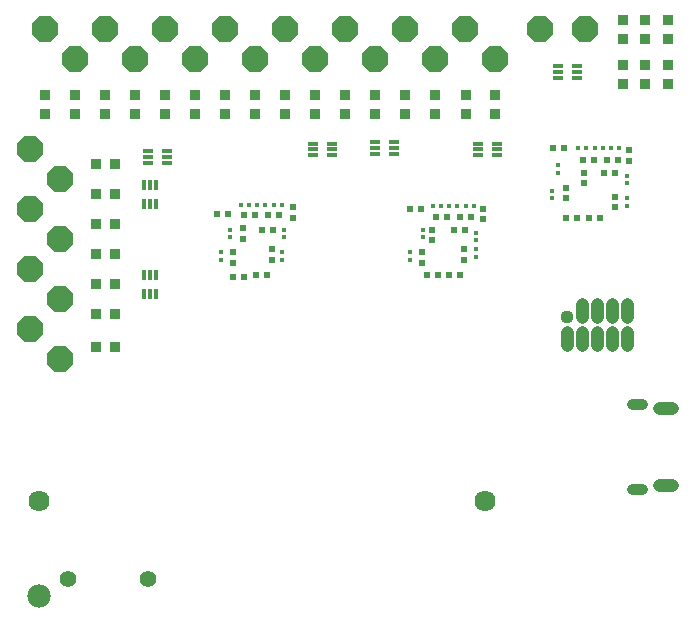
<source format=gbr>
G04 EAGLE Gerber RS-274X export*
G75*
%MOMM*%
%FSLAX34Y34*%
%LPD*%
%INSoldermask Bottom*%
%IPPOS*%
%AMOC8*
5,1,8,0,0,1.08239X$1,22.5*%
G01*
%ADD10R,0.600000X0.620000*%
%ADD11R,0.620000X0.600000*%
%ADD12R,0.420000X0.460000*%
%ADD13R,0.460000X0.420000*%
%ADD14P,2.336880X8X22.500000*%
%ADD15R,0.300000X0.914400*%
%ADD16R,0.300000X0.904000*%
%ADD17R,0.914400X0.300000*%
%ADD18R,0.904000X0.300000*%
%ADD19C,1.110000*%
%ADD20C,1.110000*%
%ADD21R,0.950000X0.900000*%
%ADD22R,0.900000X0.950000*%
%ADD23C,1.400000*%
%ADD24C,0.910000*%
%ADD25C,1.065000*%
%ADD26C,1.785000*%
%ADD27C,1.980000*%


D10*
X-119860Y420370D03*
X-129060Y420370D03*
X-103660Y410210D03*
X-94460Y410210D03*
X-235740Y312420D03*
X-226540Y312420D03*
X-399570Y311150D03*
X-390370Y311150D03*
X-108430Y360680D03*
X-117630Y360680D03*
D11*
X-187960Y369090D03*
X-187960Y359890D03*
X-102870Y390370D03*
X-102870Y399570D03*
D10*
X-85880Y398780D03*
X-76680Y398780D03*
D11*
X-349250Y370360D03*
X-349250Y361160D03*
D10*
X-83340Y410210D03*
X-74140Y410210D03*
D11*
X-118110Y386870D03*
X-118110Y377670D03*
X-231140Y342110D03*
X-231140Y351310D03*
D10*
X-207800Y361950D03*
X-198600Y361950D03*
X-240510Y368300D03*
X-249710Y368300D03*
D11*
X-204470Y325600D03*
X-204470Y334800D03*
D10*
X-228120Y361950D03*
X-218920Y361950D03*
D11*
X-240030Y332260D03*
X-240030Y323060D03*
D10*
X-212880Y350520D03*
X-203680Y350520D03*
X-370360Y363220D03*
X-361160Y363220D03*
X-404340Y364490D03*
X-413540Y364490D03*
X-390680Y363220D03*
X-381480Y363220D03*
D11*
X-367030Y325600D03*
X-367030Y334800D03*
X-391160Y343380D03*
X-391160Y352580D03*
D10*
X-98580Y360680D03*
X-89380Y360680D03*
X-375440Y350520D03*
X-366240Y350520D03*
D11*
X-400050Y332260D03*
X-400050Y323060D03*
D10*
X-216690Y312420D03*
X-207490Y312420D03*
D12*
X-250190Y332230D03*
X-250190Y325630D03*
D13*
X-93470Y420370D03*
X-86870Y420370D03*
X-107440Y420370D03*
X-100840Y420370D03*
D12*
X-402590Y344680D03*
X-402590Y351280D03*
D13*
X-79500Y420370D03*
X-72900Y420370D03*
D12*
X-66040Y390400D03*
X-66040Y397000D03*
D11*
X-64770Y418620D03*
X-64770Y409420D03*
D12*
X-129540Y384300D03*
X-129540Y377700D03*
X-194310Y328170D03*
X-194310Y334770D03*
X-238760Y344680D03*
X-238760Y351280D03*
X-194310Y342140D03*
X-194310Y348740D03*
D13*
X-216660Y370840D03*
X-210060Y370840D03*
X-202690Y370840D03*
X-196090Y370840D03*
X-230630Y370840D03*
X-224030Y370840D03*
D12*
X-124460Y399290D03*
X-124460Y405890D03*
D11*
X-76200Y370050D03*
X-76200Y379250D03*
D12*
X-66040Y371350D03*
X-66040Y377950D03*
X-356870Y344680D03*
X-356870Y351280D03*
X-410210Y332230D03*
X-410210Y325630D03*
D13*
X-365250Y372110D03*
X-358650Y372110D03*
X-379220Y372110D03*
X-372620Y372110D03*
X-393190Y372110D03*
X-386590Y372110D03*
D12*
X-358140Y325630D03*
X-358140Y332230D03*
D10*
X-380520Y312420D03*
X-371320Y312420D03*
D14*
X-177800Y495300D03*
X-203200Y520700D03*
X-431800Y495300D03*
X-457200Y520700D03*
X-482600Y495300D03*
X-508000Y520700D03*
X-533400Y495300D03*
X-558800Y520700D03*
X-571500Y419100D03*
X-546100Y393700D03*
X-571500Y368300D03*
X-546100Y342900D03*
X-228600Y495300D03*
X-571500Y317500D03*
X-546100Y292100D03*
X-571500Y266700D03*
X-546100Y241300D03*
X-254000Y520700D03*
X-279400Y495300D03*
X-304800Y520700D03*
X-330200Y495300D03*
X-355600Y520700D03*
X-381000Y495300D03*
X-406400Y520700D03*
D15*
X-464900Y373020D03*
D16*
X-469900Y373020D03*
X-474900Y373020D03*
X-474900Y388980D03*
X-469900Y388980D03*
X-464900Y388980D03*
D15*
X-464900Y296820D03*
D16*
X-469900Y296820D03*
X-474900Y296820D03*
X-474900Y312780D03*
X-469900Y312780D03*
X-464900Y312780D03*
D17*
X-192130Y414100D03*
D18*
X-192130Y419100D03*
X-192130Y424100D03*
X-176170Y424100D03*
X-176170Y419100D03*
X-176170Y414100D03*
D17*
X-279760Y415370D03*
D18*
X-279760Y420370D03*
X-279760Y425370D03*
X-263800Y425370D03*
X-263800Y420370D03*
X-263800Y415370D03*
D17*
X-331830Y414100D03*
D18*
X-331830Y419100D03*
X-331830Y424100D03*
X-315870Y424100D03*
X-315870Y419100D03*
X-315870Y414100D03*
D17*
X-471530Y407750D03*
D18*
X-471530Y412750D03*
X-471530Y417750D03*
X-455570Y417750D03*
X-455570Y412750D03*
X-455570Y407750D03*
D19*
X-66294Y264668D02*
X-66294Y253568D01*
X-66294Y277368D02*
X-66294Y288468D01*
X-78994Y264668D02*
X-78994Y253568D01*
X-78994Y277368D02*
X-78994Y288468D01*
X-91694Y264668D02*
X-91694Y253568D01*
X-91694Y277368D02*
X-91694Y288468D01*
X-104394Y264668D02*
X-104394Y253568D01*
X-104394Y277368D02*
X-104394Y288468D01*
X-117094Y264668D02*
X-117094Y253568D01*
D20*
X-117094Y277368D03*
D21*
X-508000Y465200D03*
X-508000Y449200D03*
X-533400Y465200D03*
X-533400Y449200D03*
X-482600Y465200D03*
X-482600Y449200D03*
X-457200Y465200D03*
X-457200Y449200D03*
X-431800Y465200D03*
X-431800Y449200D03*
X-406400Y465200D03*
X-406400Y449200D03*
X-381000Y465200D03*
X-381000Y449200D03*
X-355600Y465200D03*
X-355600Y449200D03*
X-330200Y449200D03*
X-330200Y465200D03*
X-304800Y465200D03*
X-304800Y449200D03*
X-279400Y465200D03*
X-279400Y449200D03*
D22*
X-515746Y252222D03*
X-499746Y252222D03*
D21*
X-254000Y465200D03*
X-254000Y449200D03*
X-228600Y465200D03*
X-228600Y449200D03*
X-202946Y465454D03*
X-202946Y449454D03*
X-177800Y465200D03*
X-177800Y449200D03*
D22*
X-516000Y279400D03*
X-500000Y279400D03*
X-516000Y304800D03*
X-500000Y304800D03*
X-516000Y330200D03*
X-500000Y330200D03*
D21*
X-50800Y512700D03*
X-50800Y528700D03*
X-50800Y490600D03*
X-50800Y474600D03*
X-31750Y512700D03*
X-31750Y528700D03*
X-31750Y490600D03*
X-31750Y474600D03*
D22*
X-516000Y355600D03*
X-500000Y355600D03*
D21*
X-69850Y490600D03*
X-69850Y474600D03*
X-69850Y512700D03*
X-69850Y528700D03*
D22*
X-516000Y381000D03*
X-500000Y381000D03*
X-516000Y406400D03*
X-500000Y406400D03*
D21*
X-558800Y465200D03*
X-558800Y449200D03*
D14*
X-139700Y520700D03*
X-101600Y520700D03*
D17*
X-108860Y489378D03*
D18*
X-108860Y484378D03*
X-108860Y479378D03*
X-124820Y479378D03*
X-124820Y484378D03*
X-124820Y489378D03*
D23*
X-539714Y55144D03*
X-471714Y55144D03*
D24*
X-62332Y131490D02*
X-53232Y131490D01*
X-53232Y203790D02*
X-62332Y203790D01*
D25*
X-39107Y200190D02*
X-28457Y200190D01*
X-28457Y135090D02*
X-39107Y135090D01*
D26*
X-564388Y121666D03*
X-186188Y121666D03*
D27*
X-564388Y40666D03*
M02*

</source>
